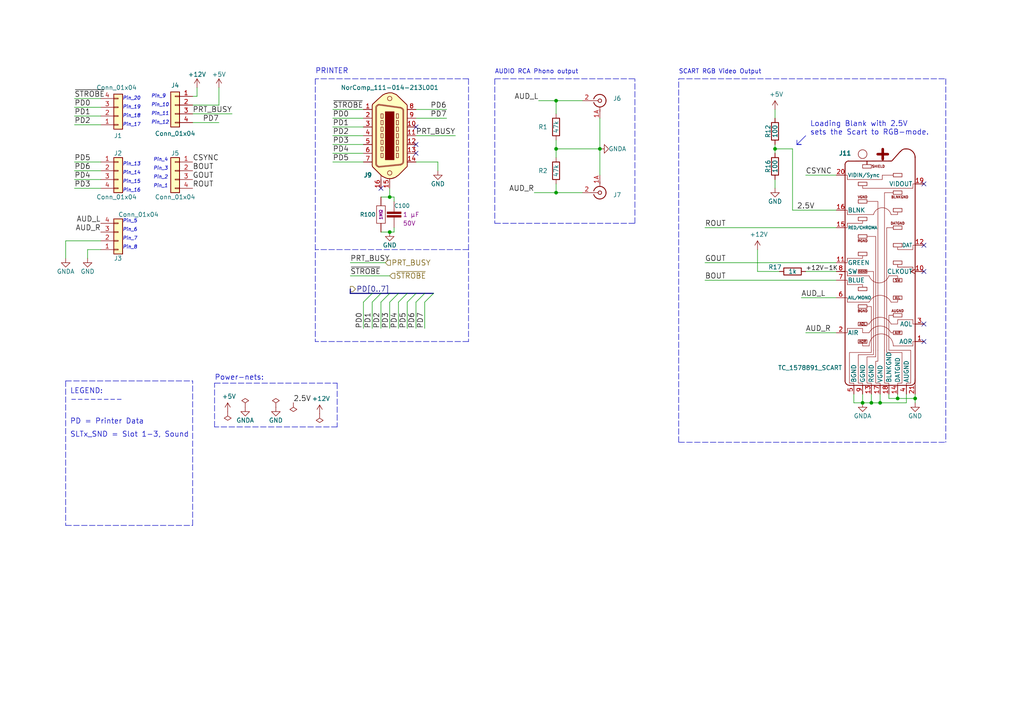
<source format=kicad_sch>
(kicad_sch (version 20211123) (generator eeschema)
  (paper "A4")
  (title_block (date "2022-03-04"))
  (lib_symbols
    (symbol "Connector_Generic:Conn_01x04" (pin_names (offset 1.016) hide)
      (property "Reference" "J" (at 0 5.08 0))
      (property "Value" "Conn_01x04" (at 0 -7.62 0))
      (symbol "Conn_01x04_1_1"
        (rectangle (start -1.27 -4.953) (end 0 -5.207) (stroke (width 0.1524)))
        (rectangle (start -1.27 -2.413) (end 0 -2.667) (stroke (width 0.1524)))
        (rectangle (start -1.27 0.127) (end 0 -0.127) (stroke (width 0.1524)))
        (rectangle (start -1.27 2.667) (end 0 2.413) (stroke (width 0.1524)))
        (rectangle (start -1.27 3.81) (end 1.27 -6.35) (stroke (width 0.254)) (fill (type background)))
        (pin passive line (at -5.08 2.54 0) (length 3.81) (name "Pin_1") (number "1"))
        (pin passive line (at -5.08 0 0) (length 3.81) (name "Pin_2") (number "2"))
        (pin passive line (at -5.08 -2.54 0) (length 3.81) (name "Pin_3") (number "3"))
        (pin passive line (at -5.08 -5.08 0) (length 3.81) (name "Pin_4") (number "4"))
      )
    )
    (symbol "Device:R" (pin_numbers hide) (pin_names (offset 0))
      (property "Reference" "R" (at 2.032 0 90))
      (property "Value" "R" (at 0 0 90))
      (symbol "R_0_1"
        (rectangle (start -1.016 -2.54) (end 1.016 2.54) (stroke (width 0.254)))
      )
      (symbol "R_1_1"
        (pin passive line (at 0 3.81 270) (length 1.27) (name "~") (number "1"))
        (pin passive line (at 0 -3.81 90) (length 1.27) (name "~") (number "2"))
      )
    )
    (symbol "LRJ-parts:C_CL21B105KBFNNNF" (pin_numbers hide) (pin_names (offset 1.016) hide)
      (property "Reference" "C" (at 1.524 2.921 0))
      (property "Capacitance" "1 µF" (at -5.08 1.27 0))
      (property "Voltage rating" "50V" (at -5.08 -1.27 0))
      (symbol "C_CL21B105KBFNNNF_1_0"
        (polyline (pts (xy 0 0) (xy 0 0.508)))
        (polyline (pts (xy 0 2.54) (xy 0 2.032)))
      )
      (symbol "C_CL21B105KBFNNNF_1_1"
        (rectangle (start -2.032 0.508) (end 2.032 1.016) (fill (type outline)))
        (rectangle (start -2.032 1.524) (end 2.032 2.032) (fill (type outline)))
        (pin passive line (at 0 5.08 270) (length 2.54) (name "1") (number "1"))
        (pin passive line (at 0 -2.54 90) (length 2.54) (name "2") (number "2"))
      )
    )
    (symbol "LRJ-parts:Conn_RCJ-022" (pin_names (offset 1.016) hide)
      (property "Reference" "J" (at 0 5.715 0))
      (property "Value" "Conn_RCJ-022" (at 2.921 0 90))
      (symbol "Conn_RCJ-022_0_1"
        (arc (start -1.778 2.032) (mid 0.2311 0.7334) (end 1.778 2.54) (stroke (width 0.254)))
        (polyline (pts (xy -2.54 2.54) (xy -0.508 2.54)))
        (polyline (pts (xy 0 0.762) (xy 0 -0.635)))
        (circle (center 0 2.54) (radius 0.508) (stroke (width 0.2032)))
        (arc (start 1.778 2.54) (mid 0.2099 4.3501) (end -1.778 3.048) (stroke (width 0.254)))
      )
      (symbol "Conn_RCJ-022_1_1"
        (pin passive line (at 0 -2.54 90) (length 2.54) (name "IN1") (number "1A"))
        (pin passive line (at 0 -2.54 90) (length 2.54) hide (name "IN1") (number "1B"))
        (pin passive line (at -5.08 2.54 0) (length 2.54) (name "IN2") (number "2"))
      )
    )
    (symbol "LRJ-parts:Conn_RCJ-023" (pin_names (offset 1.016) hide)
      (property "Reference" "J" (at 0 5.715 0))
      (property "Value" "Conn_RCJ-023" (at 2.921 0 90))
      (symbol "Conn_RCJ-023_0_1"
        (arc (start -1.778 2.032) (mid 0.2311 0.7334) (end 1.778 2.54) (stroke (width 0.254)))
        (polyline (pts (xy -2.54 2.54) (xy -0.508 2.54)))
        (polyline (pts (xy 0 0.762) (xy 0 -0.635)))
        (circle (center 0 2.54) (radius 0.508) (stroke (width 0.2032)))
        (arc (start 1.778 2.54) (mid 0.2099 4.3501) (end -1.778 3.048) (stroke (width 0.254)))
      )
      (symbol "Conn_RCJ-023_1_1"
        (pin passive line (at 0 -2.54 90) (length 2.54) (name "IN1") (number "1A"))
        (pin passive line (at 0 -2.54 90) (length 2.54) hide (name "IN1") (number "1B"))
        (pin passive line (at -5.08 2.54 0) (length 2.54) (name "IN2") (number "2"))
      )
    )
    (symbol "LRJ-parts:NorComp_111-014-213L001" (pin_names (offset 1.016) hide)
      (property "Reference" "J" (at -3.81 11.43 0))
      (property "Value" "NorComp_111-014-213L001" (at 1.27 -25.4 0))
      (symbol "NorComp_111-014-213L001_0_1"
        (rectangle (start -2.54 6.35) (end -1.905 5.08))
        (rectangle (start -1.27 6.985) (end 1.27 -6.985) (fill (type outline)))
        (polyline (pts (xy -2.54 -12.7) (xy -2.54 -11.43)))
        (polyline (pts (xy 0 -12.7) (xy 0 -12.446)))
        (polyline (pts (xy -3.175 -9.144) (xy -3.683 -8.89) (xy -3.937 -8.636) (xy -4.064 -8.382)))
        (polyline (pts (xy -3.175 -8.89) (xy 3.048 -8.255) (xy 3.429 -8.128) (xy 3.683 -7.874) (xy 3.81 -7.493) (xy 3.81 7.366) (xy 3.683 7.62) (xy 3.429 7.874) (xy 3.175 8.001) (xy -3.175 8.89) (xy -3.429 8.763) (xy -3.683 8.509) (xy -3.81 8.255) (xy -3.81 -8.255) (xy -3.683 -8.509) (xy -3.429 -8.763) (xy -3.175 -8.89)) (fill (type background)))
        (polyline (pts (xy 0.381 -12.446) (xy 0.889 -12.319) (xy 1.651 -12.065) (xy 2.54 -11.43) (xy 5.08 -8.89) (xy 5.08 -8.382) (xy 5.08 8.763) (xy 4.953 9.017) (xy 1.905 11.938) (xy 0.635 12.446) (xy 0.254 12.446) (xy -0.254 12.446) (xy -1.27 12.192) (xy -2.032 11.811) (xy -3.302 10.668) (xy -4.953 9.144) (xy -5.08 8.763) (xy -5.08 -8.636) (xy -4.953 -9.017) (xy -2.286 -11.684) (xy -1.27 -12.192) (xy -0.508 -12.446) (xy 0.381 -12.446) (xy 1.016 -12.319) (xy 1.651 -12.065) (xy 2.54 -11.43)) (stroke (width 0.254)) (fill (type background)))
        (circle (center 0 10.795) (radius 0.635) (fill (type background)))
      )
      (symbol "NorComp_111-014-213L001_1_1"
        (rectangle (start -2.54 -5.08) (end -1.905 -6.35))
        (rectangle (start -2.54 -3.175) (end -1.905 -4.445))
        (rectangle (start -2.54 -1.27) (end -1.905 -2.54))
        (rectangle (start -2.54 0.635) (end -1.905 -0.635))
        (rectangle (start -2.54 2.54) (end -1.905 1.27))
        (rectangle (start -2.54 4.445) (end -1.905 3.175))
        (circle (center 0 -10.795) (radius 0.635) (fill (type background)))
        (polyline (pts (xy -4.064 -8.382) (xy -4.064 8.382)))
        (polyline (pts (xy -3.175 -9.144) (xy 3.175 -8.509)))
        (polyline (pts (xy -3.175 9.144) (xy 3.175 8.255)))
        (polyline (pts (xy 4.064 7.493) (xy 4.064 -7.747)))
        (polyline (pts (xy -3.175 9.144) (xy -3.683 8.89) (xy -3.937 8.636) (xy -4.064 8.382)))
        (polyline (pts (xy 3.175 -8.509) (xy 3.683 -8.255) (xy 3.937 -8.001) (xy 4.064 -7.747)))
        (polyline (pts (xy 3.175 8.255) (xy 3.683 8.001) (xy 3.937 7.747) (xy 4.064 7.493)))
        (rectangle (start 1.905 -5.08) (end 2.54 -6.35))
        (rectangle (start 1.905 -3.175) (end 2.54 -4.445))
        (rectangle (start 1.905 -1.27) (end 2.54 -2.54))
        (rectangle (start 1.905 0.635) (end 2.54 -0.635))
        (rectangle (start 1.905 2.54) (end 2.54 1.27))
        (rectangle (start 1.905 4.445) (end 2.54 3.175))
        (rectangle (start 1.905 6.35) (end 2.54 5.08))
        (pin passive line (at -7.62 7.62 0) (length 2.54) (name "Pin_1") (number "1"))
        (pin passive line (at 7.62 2.54 180) (length 2.54) (name "Pin_10") (number "10"))
        (pin passive line (at 7.62 0 180) (length 2.54) (name "Pin_11") (number "11"))
        (pin passive line (at 7.62 -2.54 180) (length 2.54) (name "Pin_12") (number "12"))
        (pin passive line (at 7.62 -5.08 180) (length 2.54) (name "Pin_13") (number "13"))
        (pin passive line (at 7.62 -7.62 180) (length 2.54) (name "Pin_14") (number "14"))
        (pin passive line (at 0 -15.24 90) (length 2.54) (name "SH") (number "15"))
        (pin passive line (at -2.54 -15.24 90) (length 2.54) (name "SH2") (number "16"))
        (pin passive line (at -7.62 5.08 0) (length 2.54) (name "Pin_2") (number "2"))
        (pin passive line (at -7.62 2.54 0) (length 2.54) (name "Pin_3") (number "3"))
        (pin passive line (at -7.62 0 0) (length 2.54) (name "Pin_4") (number "4"))
        (pin passive line (at -7.62 -2.54 0) (length 2.54) (name "Pin_5") (number "5"))
        (pin passive line (at -7.62 -5.08 0) (length 2.54) (name "Pin_6") (number "6"))
        (pin passive line (at -7.62 -7.62 0) (length 2.54) (name "Pin_7") (number "7"))
        (pin passive line (at 7.62 7.62 180) (length 2.54) (name "Pin_8") (number "8"))
        (pin passive line (at 7.62 5.08 180) (length 2.54) (name "Pin_9") (number "9"))
      )
    )
    (symbol "LRJ-parts:R_ERJ-3GEYJ105V" (pin_numbers hide) (pin_names (offset 1.016) hide)
      (property "Reference" "R" (at -5.08 1.27 0))
      (property "Value" "R_ERJ-3GEYJ105V" (at -10.16 -3.81 0))
      (property "Resistance" "1MΩ" (at 0 0 0))
      (symbol "R_ERJ-3GEYJ105V_0_1"
        (rectangle (start -2.54 1.27) (end 2.54 -1.27))
      )
      (symbol "R_ERJ-3GEYJ105V_1_1"
        (pin passive line (at -5.08 0 0) (length 2.54) (name "1") (number "1"))
        (pin passive line (at 5.08 0 180) (length 2.54) (name "2") (number "2"))
      )
    )
    (symbol "LRJ-parts:TC_1578891_SCART" (pin_names (offset 0.762))
      (property "Reference" "J" (at 2.54 36.83 0))
      (property "Value" "TC_1578891_SCART" (at 20.32 -33.02 0))
      (symbol "TC_1578891_SCART_0_0"
        (arc (start -3.175 -1.27) (mid -0.3175 -3.3157) (end 2.54 -1.27) (stroke (width 0.127)))
        (polyline (pts (xy -10.16 2.54) (xy -9.525 2.54)) (stroke (width 0.127)))
        (polyline (pts (xy -3.81 -15.24) (xy -3.175 -15.24)) (stroke (width 0.127)))
        (polyline (pts (xy -3.81 31.115) (xy -3.81 32.004)) (stroke (width 0.254)))
        (polyline (pts (xy 3.175 -17.78) (xy 3.81 -17.78)) (stroke (width 0.127)))
        (polyline (pts (xy 3.81 27.94) (xy 0.635 27.94)) (stroke (width 0.127)))
        (polyline (pts (xy 10.16 -33.02) (xy 10.16 -31.115)) (stroke (width 0.1524)))
        (polyline (pts (xy -5.08 -20.955) (xy -5.08 -21.59) (xy -3.175 -21.59)) (stroke (width 0.127)))
        (polyline (pts (xy -3.81 -10.16) (xy -2.54 -10.16) (xy -2.54 -22.86)) (stroke (width 0.127)))
        (polyline (pts (xy -3.81 0) (xy -1.905 0) (xy -1.905 -22.86)) (stroke (width 0.127)))
        (polyline (pts (xy 2.54 -1.27) (xy 5.08 -1.27) (xy 5.08 -1.905)) (stroke (width 0.127)))
        (polyline (pts (xy 3.175 16.51) (xy 5.08 16.51) (xy 5.08 17.145)) (stroke (width 0.127)))
        (polyline (pts (xy 3.81 -12.7) (xy 2.54 -12.7) (xy 2.54 -22.86)) (stroke (width 0.127)))
        (polyline (pts (xy 3.81 22.86) (xy 1.27 22.86) (xy 1.27 -22.86)) (stroke (width 0.127)))
        (polyline (pts (xy 9.525 -21.59) (xy 9.525 -20.32) (xy 10.16 -20.32)) (stroke (width 0.127)))
        (polyline (pts (xy -11.43 -7.62) (xy -9.525 -7.62) (xy -9.525 -8.89) (xy -3.175 -8.89)) (stroke (width 0.127)))
        (polyline (pts (xy -11.43 0) (xy -9.525 0) (xy -9.525 -1.27) (xy -3.175 -1.27)) (stroke (width 0.127)))
        (polyline (pts (xy -11.43 17.78) (xy -9.525 17.78) (xy -9.525 16.51) (xy -1.905 16.51)) (stroke (width 0.127)))
        (polyline (pts (xy -9.525 2.54) (xy -9.525 3.81) (xy -5.08 3.81) (xy -5.08 4.445)) (stroke (width 0.127)))
        (polyline (pts (xy 1.27 -22.86) (xy 1.27 -32.385) (xy 2.54 -32.385) (xy 2.54 -33.02)) (stroke (width 0.127)))
        (polyline (pts (xy 3.81 12.7) (xy 1.905 12.7) (xy 1.905 -1.27) (xy 1.905 -22.86)) (stroke (width 0.127)))
        (polyline (pts (xy 5.08 1.905) (xy 5.08 1.27) (xy 9.525 1.27) (xy 9.525 0)) (stroke (width 0.1524)))
        (polyline (pts (xy -11.43 12.7) (xy -9.525 12.7) (xy -9.525 13.97) (xy -5.08 13.97) (xy -5.08 14.605)) (stroke (width 0.127)))
        (polyline (pts (xy -10.16 -2.54) (xy -9.525 -2.54) (xy -9.525 -3.81) (xy -5.08 -3.81) (xy -5.08 -4.445)) (stroke (width 0.127)))
        (polyline (pts (xy -10.16 27.94) (xy -9.525 27.94) (xy -9.525 26.67) (xy 0.635 26.67) (xy 0.635 27.94)) (stroke (width 0.127)))
        (polyline (pts (xy -3.81 10.16) (xy -1.905 10.16) (xy -1.27 10.16) (xy -1.27 -10.795) (xy -1.27 -22.86)) (stroke (width 0.127)))
        (polyline (pts (xy -3.81 20.32) (xy -1.27 20.32) (xy -0.635 20.32) (xy -0.635 6.985) (xy -0.635 -22.86)) (stroke (width 0.127)))
        (polyline (pts (xy 10.16 7.62) (xy 9.525 7.62) (xy 9.525 6.35) (xy 5.08 6.35) (xy 5.08 6.985)) (stroke (width 0.127)))
        (polyline (pts (xy -5.08 -33.02) (xy -5.08 -32.385) (xy -6.35 -32.385) (xy -6.35 -24.13) (xy -1.905 -24.13) (xy -1.905 -22.86)) (stroke (width 0.127)))
        (polyline (pts (xy -1.27 -22.86) (xy -1.27 -24.765) (xy -3.81 -24.765) (xy -3.81 -32.385) (xy -2.54 -32.385) (xy -2.54 -33.02)) (stroke (width 0.127)))
        (polyline (pts (xy -0.635 -22.86) (xy -0.635 -26.035) (xy -1.27 -26.035) (xy -1.27 -32.385) (xy 0 -32.385) (xy 0 -33.655)) (stroke (width 0.127)))
        (polyline (pts (xy 1.905 -22.86) (xy 1.905 -23.495) (xy 6.35 -23.495) (xy 6.35 -32.385) (xy 5.08 -32.385) (xy 5.08 -33.02)) (stroke (width 0.127)))
        (polyline (pts (xy 2.54 -22.86) (xy 8.255 -22.86) (xy 8.89 -22.86) (xy 8.89 -32.385) (xy 7.62 -32.385) (xy 7.62 -33.655)) (stroke (width 0.127)))
        (polyline (pts (xy 10.16 -15.24) (xy 9.525 -15.24) (xy 9.525 -13.97) (xy 5.08 -13.97) (xy 5.08 -15.24) (xy 3.175 -15.24)) (stroke (width 0.127)))
        (polyline (pts (xy -2.54 -22.86) (xy -2.54 -23.495) (xy -8.255 -23.495) (xy -8.89 -23.495) (xy -8.89 -32.385) (xy -7.62 -32.385) (xy -7.62 -33.02)) (stroke (width 0.127)))
        (polyline (pts (xy 10.16 25.4) (xy 9.525 25.4) (xy 9.525 24.13) (xy 4.445 24.13) (xy -1.27 24.13) (xy -5.08 24.13) (xy -5.08 24.765)) (stroke (width 0.127)))
        (arc (start 3.175 16.51) (mid 0.635 18.4932) (end -1.905 16.51) (stroke (width 0.127)))
        (text "AIL" (at 5.08 -7.62 0) (effects (font (size 0.7112 0.7112))))
        (text "AIR" (at 5.08 -17.78 0) (effects (font (size 0.7112 0.7112))))
        (text "AOL" (at -5.08 -15.24 0) (effects (font (size 0.7112 0.7112))))
        (text "AOR" (at -5.08 -20.32 0) (effects (font (size 0.7112 0.7112))))
        (text "AUGND" (at 5.08 -11.43 0) (effects (font (size 0.7112 0.7112))))
        (text "BGND" (at -5.08 -11.43 0) (effects (font (size 0.7112 0.7112))))
        (text "DATGND" (at 5.08 13.97 0) (effects (font (size 0.7112 0.7112))))
        (text "GGND" (at -5.08 0 0) (effects (font (size 0.5588 0.5588))))
        (text "RGND" (at -5.08 8.89 0) (effects (font (size 0.7112 0.7112))))
        (text "SHIELD" (at -0.508 30.48 0) (effects (font (size 0.7112 0.7112))))
        (text "SW" (at 5.08 -2.54 0) (effects (font (size 0.7112 0.7112))))
        (text "VGND" (at -5.08 21.59 0) (effects (font (size 0.7112 0.7112))))
      )
      (symbol "TC_1578891_SCART_0_1"
        (arc (start -10.16 -31.75) (mid -9.788 -32.648) (end -8.89 -33.02) (stroke (width 0.254)))
        (arc (start -9.144 32.0294) (mid -9.8624 31.7318) (end -10.16 31.0134) (stroke (width 0.254)))
        (rectangle (start -6.35 -19.812) (end -3.81 -20.828))
        (rectangle (start -6.35 -14.732) (end -3.81 -15.748))
        (rectangle (start -6.35 -9.652) (end -3.81 -10.668))
        (rectangle (start -6.35 -4.572) (end -3.81 -5.588))
        (rectangle (start -6.35 0.508) (end -3.81 -0.508))
        (rectangle (start -6.35 5.588) (end -3.81 4.572))
        (rectangle (start -6.35 10.668) (end -3.81 9.652))
        (rectangle (start -6.35 15.748) (end -3.81 14.732))
        (rectangle (start -6.35 20.828) (end -3.81 19.812))
        (rectangle (start -6.35 25.908) (end -3.81 24.892))
        (rectangle (start -5.08 30.988) (end -2.54 29.972))
        (circle (center -5.08 34.036) (radius 1.27))
        (polyline (pts (xy -10.16 27.94) (xy -10.16 -31.75)) (stroke (width 0.254)))
        (polyline (pts (xy -10.16 27.94) (xy -10.16 29.21)) (stroke (width 0.254)))
        (polyline (pts (xy -10.16 29.7434) (xy -10.16 29.21)) (stroke (width 0.254)))
        (polyline (pts (xy -10.16 29.7434) (xy -10.16 31.0134)) (stroke (width 0.254)))
        (polyline (pts (xy -9.144 32.004) (xy 3.048 32.0294)) (stroke (width 0.254)))
        (polyline (pts (xy -8.89 -33.02) (xy 8.89 -33.02)) (stroke (width 0.254)))
        (polyline (pts (xy 5.842 34.798) (xy 3.81 32.512)) (stroke (width 0.254)))
        (polyline (pts (xy 7.366 35.56) (xy 7.62 35.56)) (stroke (width 0.254)))
        (polyline (pts (xy 10.16 -31.75) (xy 10.16 33.2994)) (stroke (width 0.254)))
        (arc (start 3.048 32.004) (mid 3.495 32.1488) (end 3.7592 32.5374) (stroke (width 0.254)))
        (rectangle (start 3.81 -17.272) (end 6.35 -18.288))
        (rectangle (start 3.81 -12.192) (end 6.35 -13.208))
        (rectangle (start 3.81 -7.112) (end 6.35 -8.128))
        (rectangle (start 3.81 -2.032) (end 6.35 -3.048))
        (rectangle (start 3.81 3.048) (end 6.35 2.032))
        (rectangle (start 3.81 8.128) (end 6.35 7.112))
        (rectangle (start 3.81 13.208) (end 6.35 12.192))
        (rectangle (start 3.81 18.288) (end 6.35 17.272))
        (rectangle (start 3.81 23.368) (end 6.35 22.352))
        (rectangle (start 3.81 28.448) (end 6.35 27.432))
        (arc (start 7.366 35.56) (mid 6.5404 35.3533) (end 5.9182 34.7726) (stroke (width 0.254)))
        (arc (start 8.89 -33.02) (mid 9.788 -32.648) (end 10.16 -31.75) (stroke (width 0.254)))
        (arc (start 10.16 33.02) (mid 9.4161 34.8161) (end 7.62 35.56) (stroke (width 0.254)))
        (text "+" (at 0.762 34.29 0) (effects (font (size 3.81 3.81) bold)))
      )
      (symbol "TC_1578891_SCART_1_0"
        (text "BLNKGND" (at 5.715 21.59 0) (effects (font (size 0.7112 0.7112))))
      )
      (symbol "TC_1578891_SCART_1_1"
        (polyline (pts (xy 3.175 -8.89) (xy 5.08 -8.89) (xy 5.08 -8.255)) (stroke (width 0.127)))
        (polyline (pts (xy 3.81 -21.59) (xy 5.715 -21.59) (xy 9.525 -21.59)) (stroke (width 0.127)))
        (polyline (pts (xy -10.16 -17.78) (xy -9.525 -17.78) (xy -9.525 -16.51) (xy -5.08 -16.51) (xy -5.08 -17.78) (xy -3.175 -17.78)) (stroke (width 0.127)))
        (arc (start 3.175 -17.78) (mid 0 -15.8107) (end -3.175 -17.78) (stroke (width 0.127)))
        (arc (start 3.175 -15.24) (mid 0 -13.2707) (end -3.175 -15.24) (stroke (width 0.127)))
        (arc (start 3.175 -8.89) (mid 0 -6.9207) (end -3.175 -8.89) (stroke (width 0.127)))
        (arc (start 3.81 -21.59) (mid 0.3175 -18.1101) (end -3.175 -21.59) (stroke (width 0.127)))
        (pin output line (at 12.7 -20.32 180) (length 2.54) (name "AOR") (number "1"))
        (pin output clock (at 12.7 0 180) (length 2.54) (name "CLKOUT") (number "10"))
        (pin input line (at -12.7 2.54 0) (length 2.54) (name "GREEN") (number "11"))
        (pin output line (at 12.7 7.62 180) (length 2.54) (name "DAT") (number "12"))
        (pin power_in line (at -2.54 -35.56 90) (length 2.54) (name "RGND") (number "13"))
        (pin power_in line (at 5.08 -35.56 90) (length 2.54) (name "DATGND") (number "14"))
        (pin input line (at -12.7 12.7 0) (length 2.54) (name "RED/CHROMA") (number "15"))
        (pin input line (at -12.7 17.78 0) (length 2.54) (name "BLNK") (number "16"))
        (pin power_in line (at 0 -35.56 90) (length 2.54) (name "VGND") (number "17"))
        (pin power_in line (at 2.54 -35.56 90) (length 2.54) (name "BLNKGND") (number "18"))
        (pin output line (at 12.7 25.4 180) (length 2.54) (name "VIDOUT") (number "19"))
        (pin input line (at -12.7 -17.78 0) (length 2.54) (name "AIR") (number "2"))
        (pin input line (at -12.7 27.94 0) (length 2.54) (name "VIDIN/Sync") (number "20"))
        (pin passive line (at 10.16 -35.56 90) (length 2.54) (name "SH") (number "21"))
        (pin output line (at 12.7 -15.24 180) (length 2.54) (name "AOL") (number "3"))
        (pin power_in line (at 7.62 -35.56 90) (length 2.54) (name "AUGND") (number "4"))
        (pin power_in line (at -7.62 -35.56 90) (length 2.54) (name "BGND") (number "5"))
        (pin input line (at -12.7 -7.62 0) (length 2.54) (name "AIL/MONO") (number "6"))
        (pin input line (at -12.7 -2.54 0) (length 2.54) (name "BLUE") (number "7"))
        (pin input line (at -12.7 0 0) (length 2.54) (name "SW") (number "8"))
        (pin passive line (at -5.08 -35.56 90) (length 2.54) (name "GGND") (number "9"))
      )
    )
    (symbol "power:+12V" (power) (pin_names (offset 0))
      (property "Value" "+12V" (at 0 3.556 0))
      (symbol "+12V_0_1"
        (polyline (pts (xy -0.762 1.27) (xy 0 2.54)))
        (polyline (pts (xy 0 0) (xy 0 2.54)))
        (polyline (pts (xy 0 2.54) (xy 0.762 1.27)))
      )
      (symbol "+12V_1_1"
        (pin power_in line (at 0 0 90) (length 0) hide (name "+12V") (number "1"))
      )
    )
    (symbol "power:+5V" (power) (pin_names (offset 0))
      (property "Value" "+5V" (at 0 3.556 0))
      (symbol "+5V_0_1"
        (polyline (pts (xy -0.762 1.27) (xy 0 2.54)))
        (polyline (pts (xy 0 0) (xy 0 2.54)))
        (polyline (pts (xy 0 2.54) (xy 0.762 1.27)))
      )
      (symbol "+5V_1_1"
        (pin power_in line (at 0 0 90) (length 0) hide (name "+5V") (number "1"))
      )
    )
    (symbol "power:GND" (power) (pin_names (offset 0))
      (property "Value" "GND" (at 0 -3.81 0))
      (symbol "GND_0_1"
        (polyline (pts (xy 0 0) (xy 0 -1.27) (xy 1.27 -1.27) (xy 0 -2.54) (xy -1.27 -1.27) (xy 0 -1.27)))
      )
      (symbol "GND_1_1"
        (pin power_in line (at 0 0 270) (length 0) hide (name "GND") (number "1"))
      )
    )
    (symbol "power:GNDA" (power) (pin_names (offset 0))
      (property "Value" "GNDA" (at 0 -3.81 0))
      (symbol "GNDA_0_1"
        (polyline (pts (xy 0 0) (xy 0 -1.27) (xy 1.27 -1.27) (xy 0 -2.54) (xy -1.27 -1.27) (xy 0 -1.27)))
      )
      (symbol "GNDA_1_1"
        (pin power_in line (at 0 0 270) (length 0) hide (name "GNDA") (number "1"))
      )
    )
    (symbol "power:PWR_FLAG" (power) (pin_numbers hide) (pin_names (offset 0) hide)
      (property "Value" "PWR_FLAG" (at 0 3.81 0))
      (symbol "PWR_FLAG_0_0"
        (pin power_out line (at 0 0 90) (length 0) (name "pwr") (number "1"))
      )
      (symbol "PWR_FLAG_0_1"
        (polyline (pts (xy 0 0) (xy 0 1.27) (xy -1.016 1.905) (xy 0 2.54) (xy 1.016 1.905) (xy 0 1.27)))
      )
    )
  )
  (junction (at 252.73 116.84))
  (junction (at 260.35 115.57))
  (junction (at 250.19 116.84))
  (junction (at 161.29 43.18))
  (junction (at 161.29 55.88))
  (junction (at 255.27 116.84))
  (junction (at 224.79 43.18))
  (junction (at 161.29 29.21))
  (junction (at 113.03 57.15))
  (junction (at 173.99 43.18))
  (junction (at 113.03 67.31))
  (junction (at 265.43 115.57))
  (no_connect (at 120.65 36.83))
  (no_connect (at 110.49 54.61))
  (no_connect (at 120.65 41.91))
  (no_connect (at 267.97 71.12))
  (no_connect (at 267.97 93.98))
  (no_connect (at 267.97 99.06))
  (no_connect (at 120.65 44.45))
  (no_connect (at 267.97 78.74))
  (no_connect (at 267.97 53.34))
  (bus_entry (at 107.95 87.63) (size 2.54 -2.54))
  (bus_entry (at 118.11 87.63) (size 2.54 -2.54))
  (bus_entry (at 115.57 87.63) (size 2.54 -2.54))
  (bus_entry (at 123.19 87.63) (size 2.54 -2.54))
  (bus_entry (at 120.65 87.63) (size 2.54 -2.54))
  (bus_entry (at 110.49 87.63) (size 2.54 -2.54))
  (bus_entry (at 113.03 87.63) (size 2.54 -2.54))
  (bus_entry (at 105.41 87.63) (size 2.54 -2.54))
  (wire (pts (xy 57.15 27.94) (xy 55.88 27.94)))
  (polyline (pts (xy 231.14 41.91) (xy 232.41 41.91)) (stroke (width 0) (type solid)))
  (wire (pts (xy 19.05 69.85) (xy 29.21 69.85)))
  (wire (pts (xy 113.03 67.31) (xy 114.3 67.31)))
  (wire (pts (xy 161.29 33.02) (xy 161.29 29.21)))
  (wire (pts (xy 252.73 116.84) (xy 250.19 116.84)))
  (wire (pts (xy 265.43 115.57) (xy 260.35 115.57)))
  (wire (pts (xy 120.65 95.25) (xy 120.65 87.63)))
  (wire (pts (xy 25.4 72.39) (xy 29.21 72.39)))
  (wire (pts (xy 242.57 50.8) (xy 233.68 50.8)))
  (bus (pts (xy 123.19 85.09) (xy 125.73 85.09)))
  (wire (pts (xy 161.29 43.18) (xy 173.99 43.18)))
  (wire (pts (xy 105.41 34.29) (xy 96.52 34.29)))
  (wire (pts (xy 105.41 39.37) (xy 96.52 39.37)))
  (wire (pts (xy 110.49 87.63) (xy 110.49 95.25)))
  (wire (pts (xy 110.49 67.31) (xy 113.03 67.31)))
  (polyline (pts (xy 143.51 22.86) (xy 184.15 22.86)))
  (polyline (pts (xy 135.89 22.86) (xy 91.44 22.86)))
  (bus (pts (xy 120.65 85.09) (xy 123.19 85.09)))
  (polyline (pts (xy 231.14 41.91) (xy 233.68 39.37)) (stroke (width 0) (type solid)))
  (wire (pts (xy 101.6 80.01) (xy 113.03 80.01)))
  (polyline (pts (xy 19.05 110.49) (xy 19.05 152.4)))
  (wire (pts (xy 129.54 31.75) (xy 120.65 31.75)))
  (wire (pts (xy 250.19 114.3) (xy 250.19 116.84)))
  (wire (pts (xy 255.27 116.84) (xy 262.89 116.84)))
  (wire (pts (xy 111.76 76.2) (xy 101.6 76.2)))
  (bus (pts (xy 107.95 85.09) (xy 110.49 85.09)))
  (wire (pts (xy 96.52 44.45) (xy 105.41 44.45)))
  (wire (pts (xy 123.19 95.25) (xy 123.19 87.63)))
  (polyline (pts (xy 196.85 128.27) (xy 274.32 128.27)))
  (wire (pts (xy 161.29 29.21) (xy 168.91 29.21)))
  (wire (pts (xy 120.65 39.37) (xy 132.08 39.37)))
  (wire (pts (xy 25.4 74.93) (xy 25.4 72.39)))
  (wire (pts (xy 57.15 25.4) (xy 57.15 27.94)))
  (polyline (pts (xy 143.51 22.86) (xy 143.51 64.77)))
  (wire (pts (xy 219.71 72.39) (xy 219.71 78.74)))
  (polyline (pts (xy 91.44 22.86) (xy 91.44 99.06)))
  (wire (pts (xy 120.65 46.99) (xy 127 46.99)))
  (wire (pts (xy 21.59 46.99) (xy 29.21 46.99)))
  (wire (pts (xy 55.88 35.56) (xy 63.5 35.56)))
  (wire (pts (xy 247.65 114.3) (xy 247.65 116.84)))
  (wire (pts (xy 127 46.99) (xy 127 49.53)))
  (polyline (pts (xy 62.23 123.825) (xy 62.23 111.125)))
  (polyline (pts (xy 55.88 152.4) (xy 55.88 110.49)))
  (wire (pts (xy 161.29 43.18) (xy 161.29 45.72)))
  (wire (pts (xy 229.87 43.18) (xy 229.87 60.96)))
  (polyline (pts (xy 196.85 22.86) (xy 274.32 22.86)))
  (wire (pts (xy 224.79 31.75) (xy 224.79 34.29)))
  (polyline (pts (xy 135.89 72.39) (xy 91.44 72.39)))
  (polyline (pts (xy 135.89 99.06) (xy 91.44 99.06)))
  (wire (pts (xy 63.5 25.4) (xy 63.5 30.48)))
  (wire (pts (xy 21.59 49.53) (xy 29.21 49.53)))
  (wire (pts (xy 224.79 41.91) (xy 224.79 43.18)))
  (wire (pts (xy 224.79 54.61) (xy 224.79 52.07)))
  (wire (pts (xy 173.99 43.18) (xy 173.99 50.8)))
  (wire (pts (xy 107.95 95.25) (xy 107.95 87.63)))
  (wire (pts (xy 154.94 55.88) (xy 161.29 55.88)))
  (wire (pts (xy 257.81 115.57) (xy 257.81 114.3)))
  (polyline (pts (xy 62.23 111.125) (xy 97.79 111.125)))
  (wire (pts (xy 262.89 116.84) (xy 262.89 114.3)))
  (wire (pts (xy 55.88 30.48) (xy 63.5 30.48)))
  (wire (pts (xy 120.65 34.29) (xy 129.54 34.29)))
  (polyline (pts (xy 97.79 111.125) (xy 97.79 123.825)))
  (polyline (pts (xy 135.89 22.86) (xy 135.89 99.06)))
  (bus (pts (xy 110.49 85.09) (xy 113.03 85.09)))
  (wire (pts (xy 29.21 52.07) (xy 21.59 52.07)))
  (wire (pts (xy 29.21 31.115) (xy 21.59 31.115)))
  (wire (pts (xy 255.27 116.84) (xy 255.27 114.3)))
  (wire (pts (xy 252.73 116.84) (xy 255.27 116.84)))
  (wire (pts (xy 96.52 36.83) (xy 105.41 36.83)))
  (wire (pts (xy 204.47 66.04) (xy 242.57 66.04)))
  (wire (pts (xy 114.3 67.31) (xy 114.3 66.04)))
  (wire (pts (xy 260.35 115.57) (xy 257.81 115.57)))
  (wire (pts (xy 21.59 28.575) (xy 29.21 28.575)))
  (wire (pts (xy 105.41 87.63) (xy 105.41 95.25)))
  (wire (pts (xy 21.59 54.61) (xy 29.21 54.61)))
  (wire (pts (xy 115.57 95.25) (xy 115.57 87.63)))
  (wire (pts (xy 161.29 40.64) (xy 161.29 43.18)))
  (wire (pts (xy 224.79 43.18) (xy 229.87 43.18)))
  (bus (pts (xy 101.6 85.09) (xy 101.6 83.82)))
  (bus (pts (xy 118.11 85.09) (xy 120.65 85.09)))
  (bus (pts (xy 113.03 85.09) (xy 115.57 85.09)))
  (polyline (pts (xy 184.15 64.77) (xy 184.15 22.86)))
  (wire (pts (xy 219.71 78.74) (xy 226.06 78.74)))
  (bus (pts (xy 115.57 85.09) (xy 118.11 85.09)))
  (wire (pts (xy 118.11 87.63) (xy 118.11 95.25)))
  (wire (pts (xy 105.41 46.99) (xy 96.52 46.99)))
  (polyline (pts (xy 143.51 64.77) (xy 184.15 64.77)))
  (wire (pts (xy 265.43 115.57) (xy 265.43 116.84)))
  (wire (pts (xy 114.3 57.15) (xy 114.3 58.42)))
  (polyline (pts (xy 196.85 128.27) (xy 196.85 22.86)))
  (wire (pts (xy 265.43 114.3) (xy 265.43 115.57)))
  (wire (pts (xy 55.88 33.02) (xy 67.31 33.02)))
  (polyline (pts (xy 19.05 152.4) (xy 55.88 152.4)))
  (wire (pts (xy 96.52 41.91) (xy 105.41 41.91)))
  (wire (pts (xy 233.68 96.52) (xy 242.57 96.52)))
  (wire (pts (xy 229.87 60.96) (xy 242.57 60.96)))
  (wire (pts (xy 252.73 114.3) (xy 252.73 116.84)))
  (wire (pts (xy 161.29 53.34) (xy 161.29 55.88)))
  (wire (pts (xy 224.79 43.18) (xy 224.79 44.45)))
  (wire (pts (xy 21.59 33.655) (xy 29.21 33.655)))
  (wire (pts (xy 110.49 57.15) (xy 113.03 57.15)))
  (wire (pts (xy 19.05 69.85) (xy 19.05 74.93)))
  (polyline (pts (xy 231.14 40.64) (xy 231.14 41.91)) (stroke (width 0) (type solid)))
  (wire (pts (xy 260.35 114.3) (xy 260.35 115.57)))
  (wire (pts (xy 161.29 55.88) (xy 168.91 55.88)))
  (wire (pts (xy 242.57 86.36) (xy 232.41 86.36)))
  (wire (pts (xy 113.03 95.25) (xy 113.03 87.63)))
  (wire (pts (xy 156.21 29.21) (xy 161.29 29.21)))
  (wire (pts (xy 29.21 36.195) (xy 21.59 36.195)))
  (wire (pts (xy 113.03 54.61) (xy 113.03 57.15)))
  (polyline (pts (xy 231.14 41.91) (xy 232.41 41.91)))
  (wire (pts (xy 96.52 31.75) (xy 105.41 31.75)))
  (wire (pts (xy 204.47 76.2) (xy 242.57 76.2)))
  (wire (pts (xy 204.47 81.28) (xy 242.57 81.28)))
  (wire (pts (xy 233.68 78.74) (xy 242.57 78.74)))
  (polyline (pts (xy 97.79 123.825) (xy 62.23 123.825)))
  (wire (pts (xy 247.65 116.84) (xy 250.19 116.84)))
  (polyline (pts (xy 274.32 22.86) (xy 274.32 128.27)))
  (polyline (pts (xy 19.05 110.49) (xy 55.88 110.49)))
  (bus (pts (xy 101.6 85.09) (xy 107.95 85.09)))
  (wire (pts (xy 173.99 43.18) (xy 173.99 34.29)))
  (wire (pts (xy 113.03 57.15) (xy 114.3 57.15)))
  (text "LEGEND:\n--------" (at 20.32 116.84 0) (effects (font (size 1.524 1.524)) (justify left bottom)))
  (text "Pin_10" (at 43.815 31.115 0) (effects (font (size 1 1) italic) (justify left bottom)))
  (text "Pin_17" (at 35.56 36.83 0) (effects (font (size 1 1) italic) (justify left bottom)))
  (text "Pin_8" (at 35.56 72.39 0) (effects (font (size 1 1) italic) (justify left bottom)))
  (text "Pin_6" (at 35.56 67.31 0) (effects (font (size 1 1) italic) (justify left bottom)))
  (text "Pin_18" (at 35.56 34.29 0) (effects (font (size 1 1) italic) (justify left bottom)))
  (text "Pin_14" (at 35.56 50.8 0) (effects (font (size 1 1) italic) (justify left bottom)))
  (text "Pin_1" (at 44.45 54.61 0) (effects (font (size 1 1) italic) (justify left bottom)))
  (text "Pin_5" (at 35.56 64.77 0) (effects (font (size 1 1) italic) (justify left bottom)))
  (text "Pin_19" (at 35.56 31.75 0) (effects (font (size 1 1) italic) (justify left bottom)))
  (text "PD = Printer Data" (at 20.32 123.19 0) (effects (font (size 1.524 1.524)) (justify left bottom)))
  (text "Pin_7" (at 35.56 69.85 0) (effects (font (size 1 1) italic) (justify left bottom)))
  (text "Power-nets:" (at 62.23 110.49 0) (effects (font (size 1.524 1.524)) (justify left bottom)))
  (text "SCART RGB Video Output" (at 196.85 21.59 0) (effects (font (size 1.27 1.27)) (justify left bottom)))
  (text "Loading Blank with 2.5V\nsets the Scart to RGB-mode." (at 234.95 39.37 0) (effects (font (size 1.524 1.524)) (justify left bottom)))
  (text "Pin_12" (at 43.815 36.195 0) (effects (font (size 1 1) italic) (justify left bottom)))
  (text "Pin_16" (at 35.56 55.88 0) (effects (font (size 1 1) italic) (justify left bottom)))
  (text "Pin_3" (at 44.45 49.53 0) (effects (font (size 1 1) italic) (justify left bottom)))
  (text "PRINTER" (at 91.44 21.59 0) (effects (font (size 1.524 1.524)) (justify left bottom)))
  (text "AUDIO RCA Phono output" (at 143.51 21.59 0) (effects (font (size 1.27 1.27)) (justify left bottom)))
  (text "Pin_11" (at 43.815 33.655 0) (effects (font (size 1 1) italic) (justify left bottom)))
  (text "SLTx_SND = Slot 1-3, Sound\n" (at 20.32 127 0) (effects (font (size 1.524 1.524)) (justify left bottom)))
  (text "Pin_20" (at 35.56 29.21 0) (effects (font (size 1 1) italic) (justify left bottom)))
  (text "Pin_15" (at 35.56 53.34 0) (effects (font (size 1 1) italic) (justify left bottom)))
  (text "Pin_4" (at 44.45 46.99 0) (effects (font (size 1 1) italic) (justify left bottom)))
  (text "Pin_13" (at 35.56 48.26 0) (effects (font (size 1 1) italic) (justify left bottom)))
  (text "Pin_9" (at 43.815 28.575 0) (effects (font (size 1 1) italic) (justify left bottom)))
  (text "Pin_2\n" (at 44.45 52.07 0) (effects (font (size 1 1) italic) (justify left bottom)))
  (label "PD7" (at 129.54 34.29 180) (effects (font (size 1.524 1.524))))
  (label "PD4" (at 21.59 52.07 0) (effects (font (size 1.524 1.524))))
  (label "PRT_BUSY" (at 67.31 33.02 180) (effects (font (size 1.524 1.524))))
  (label "PRT_BUSY" (at 132.08 39.37 180) (effects (font (size 1.524 1.524))))
  (label "2.5V" (at 85.09 116.84 0) (effects (font (size 1.524 1.524))))
  (label "BOUT" (at 204.47 81.28 0) (effects (font (size 1.524 1.524))))
  (label "PD5" (at 118.11 95.25 90) (effects (font (size 1.524 1.524))))
  (label "PD3" (at 96.52 41.91 0) (effects (font (size 1.524 1.524))))
  (label "PD3" (at 113.03 95.25 90) (effects (font (size 1.524 1.524))))
  (label "PD7" (at 123.19 95.25 90) (effects (font (size 1.524 1.524))))
  (label "PD7" (at 63.5 35.56 180) (effects (font (size 1.524 1.524))))
  (label "PD6" (at 21.59 49.53 0) (effects (font (size 1.524 1.524))))
  (label "PD0" (at 21.59 31.115 0) (effects (font (size 1.524 1.524))))
  (label "2.5V" (at 231.14 60.96 0) (effects (font (size 1.524 1.524))))
  (label "PD2" (at 96.52 39.37 0) (effects (font (size 1.524 1.524))))
  (label "AUD_L" (at 156.21 29.21 180) (effects (font (size 1.524 1.524))))
  (label "PD4" (at 96.52 44.45 0) (effects (font (size 1.524 1.524))))
  (label "PD6" (at 129.54 31.75 180) (effects (font (size 1.524 1.524))))
  (label "ROUT" (at 55.88 54.61 0) (effects (font (size 1.524 1.524))))
  (label "PD4" (at 115.57 95.25 90) (effects (font (size 1.524 1.524))))
  (label "AUD_R" (at 154.94 55.88 180) (effects (font (size 1.524 1.524))))
  (label "PD3" (at 21.59 54.61 0) (effects (font (size 1.524 1.524))))
  (label "AUD_R" (at 233.68 96.52 0) (effects (font (size 1.524 1.524))))
  (label "PRT_BUSY" (at 101.6 76.2 0) (effects (font (size 1.524 1.524))))
  (label "PD1" (at 96.52 36.83 0) (effects (font (size 1.524 1.524))))
  (label "AUD_L" (at 232.41 86.36 0) (effects (font (size 1.524 1.524))))
  (label "BOUT" (at 55.88 49.53 0) (effects (font (size 1.524 1.524))))
  (label "PD2" (at 110.49 95.25 90) (effects (font (size 1.524 1.524))))
  (label "AUD_L" (at 29.21 64.77 180) (effects (font (size 1.524 1.524))))
  (label "PD1" (at 107.95 95.25 90) (effects (font (size 1.524 1.524))))
  (label "~{STROBE}" (at 101.6 80.01 0) (effects (font (size 1.524 1.524))))
  (label "PD0" (at 96.52 34.29 0) (effects (font (size 1.524 1.524))))
  (label "PD1" (at 21.59 33.655 0) (effects (font (size 1.524 1.524))))
  (label "CSYNC" (at 55.88 46.99 0) (effects (font (size 1.524 1.524))))
  (label "+12V-1K" (at 233.68 78.74 0))
  (label "~{STROBE}" (at 96.52 31.75 0) (effects (font (size 1.524 1.524))))
  (label "AUD_R" (at 29.21 67.31 180) (effects (font (size 1.524 1.524))))
  (label "PD5" (at 21.59 46.99 0) (effects (font (size 1.524 1.524))))
  (label "ROUT" (at 204.47 66.04 0) (effects (font (size 1.524 1.524))))
  (label "PD0" (at 105.41 95.25 90) (effects (font (size 1.524 1.524))))
  (label "GOUT" (at 55.88 52.07 0) (effects (font (size 1.524 1.524))))
  (label "GOUT" (at 204.47 76.2 0) (effects (font (size 1.524 1.524))))
  (label "CSYNC" (at 233.68 50.8 0) (effects (font (size 1.524 1.524))))
  (label "PD5" (at 96.52 46.99 0) (effects (font (size 1.524 1.524))))
  (label "PD6" (at 120.65 95.25 90) (effects (font (size 1.524 1.524))))
  (label "PD2" (at 21.59 36.195 0) (effects (font (size 1.524 1.524))))
  (label "~{STROBE}" (at 21.59 28.575 0) (effects (font (size 1.524 1.524))))
  (hierarchical_label "PD[0..7]" (shape output) (at 101.6 83.82 0) (effects (font (size 1.524 1.524))))
  (hierarchical_label "PRT_BUSY" (shape input) (at 111.76 76.2 0) (effects (font (size 1.524 1.524))))
  (hierarchical_label "~{STROBE}" (shape input) (at 113.03 80.01 0) (effects (font (size 1.524 1.524))))
  (symbol (lib_id "Device:R") (at 224.79 38.1 0) (mirror y) (unit 1)
    (property "Reference" "R12" (at 222.758 38.1 90))
    (property "Value" "100" (at 224.79 38.1 90))
    (property "Footprint" "Resistor_SMD:R_0603_1608Metric" (effects hide))
  )
  (symbol (lib_id "power:GND") (at 224.79 54.61 0) (unit 1)
    (property "Reference" "#PWR09" (effects hide))
    (property "Value" "GND" (at 224.79 58.42 0))
  )
  (symbol (lib_id "LRJ-parts:TC_1578891_SCART") (at 255.27 78.74 0) (unit 1)
    (property "Reference" "J11" (at 245.11 44.45 0) (effects (font bold)))
    (property "Value" "TC_1578891_SCART" (at 234.95 106.68 0))
    (property "Footprint" "LRJ:SCART-21_Female_Vertical_P1.905x2.54mm_EdgePinOffset10.7mm" (effects hide))
    (property "Datasheet" "https://asset.conrad.com/media10/add/160267/c1/-/en/001578891DS01/datasheet-1578891-tru-components-1578891-scart-connector-socket-vertical-vertical-black-1-pcs.pdf" (effects hide))
    (property "Manufacturer" "Tru Components" (effects hide))
    (property "MPN" "1578891" (effects hide))
  )
  (symbol (lib_id "Device:R") (at 224.79 48.26 0) (mirror y) (unit 1)
    (property "Reference" "R16" (at 222.758 48.26 90))
    (property "Value" "100" (at 224.79 48.26 90))
    (property "Footprint" "Resistor_SMD:R_0603_1608Metric" (effects hide))
  )
  (symbol (lib_id "power:+5V") (at 224.79 31.75 0) (unit 1)
    (property "Reference" "#PWR07" (effects hide))
    (property "Value" "+5V" (at 225.171 27.3558 0))
  )
  (symbol (lib_id "power:+12V") (at 219.71 72.39 0) (unit 1)
    (property "Reference" "#PWR012" (effects hide))
    (property "Value" "+12V" (at 220.091 67.9958 0))
  )
  (symbol (lib_id "Device:R") (at 229.87 78.74 270) (unit 1)
    (property "Reference" "R17" (at 224.79 77.47 90))
    (property "Value" "1k" (at 229.87 78.74 90))
    (property "Footprint" "Resistor_SMD:R_0603_1608Metric" (effects hide))
  )
  (symbol (lib_id "power:GNDA") (at 71.12 118.11 0) (unit 1)
    (property "Reference" "#PWR0133" (effects hide))
    (property "Value" "GNDA" (at 71.12 121.92 0))
  )
  (symbol (lib_id "power:PWR_FLAG") (at 71.12 118.11 0) (unit 1)
    (property "Reference" "#FLG0106" (effects hide))
    (property "Value" "PWR_FLAG" (effects hide))
  )
  (symbol (lib_id "power:PWR_FLAG") (at 66.04 119.38 180) (unit 1)
    (property "Reference" "#FLG01" (effects hide))
    (property "Value" "PWR_FLAG" (effects hide))
  )
  (symbol (lib_id "power:GND") (at 127 49.53 0) (unit 1)
    (property "Reference" "#PWR0148" (effects hide))
    (property "Value" "GND" (at 127 53.34 0))
  )
  (symbol (lib_id "power:GNDA") (at 250.19 116.84 0) (unit 1)
    (property "Reference" "#PWR0134" (effects hide))
    (property "Value" "GNDA" (at 250.19 120.65 0))
  )
  (symbol (lib_id "power:GND") (at 265.43 116.84 0) (unit 1)
    (property "Reference" "#PWR01" (effects hide))
    (property "Value" "GND" (at 265.43 120.65 0))
  )
  (symbol (lib_id "power:+5V") (at 66.04 119.38 0) (unit 1)
    (property "Reference" "#PWR0165" (effects hide))
    (property "Value" "+5V" (at 66.421 114.9858 0))
  )
  (symbol (lib_id "LRJ-parts:NorComp_111-014-213L001") (at 113.03 39.37 0) (unit 1)
    (property "Reference" "J9" (at 106.68 50.8 0) (effects (font bold)))
    (property "Value" "NorComp_111-014-213L001" (at 113.03 25.4 0))
    (property "Footprint" "Ultra-MSX:Conn_Micro_Ribbon_14F_Vertical" (effects hide))
    (property "Datasheet" "https://www.norcomp.net/rohspdfs/SCSI-050Ribbon/11Y/111/111-YYY-213L001.pdf" (effects hide))
    (property "Manufacturer" "NorComp " (effects hide))
    (property "MPN" "111-014-213L001" (effects hide))
    (property "Current Rating" "5A" (effects hide))
  )
  (symbol (lib_id "power:GND") (at 113.03 67.31 0) (unit 1)
    (property "Reference" "#PWR0104" (effects hide))
    (property "Value" "GND" (at 113.03 71.12 0))
  )
  (symbol (lib_id "power:+5V") (at 63.5 25.4 0) (unit 1) (in_bom no)
    (property "Reference" "#PWR010" (effects hide))
    (property "Value" "+5V" (at 63.5 21.59 0))
  )
  (symbol (lib_id "power:PWR_FLAG") (at 92.71 120.015 180) (unit 1)
    (property "Reference" "#FLG03" (effects hide))
    (property "Value" "PWR_FLAG" (effects hide))
  )
  (symbol (lib_id "Connector_Generic:Conn_01x04") (at 34.29 69.85 0) (mirror x) (unit 1)
    (property "Reference" "J3" (at 33.02 74.93 0) (effects (justify left)))
    (property "Value" "Conn_01x04" (at 34.29 62.23 0) (effects (justify left)))
    (property "Footprint" "LRJ:PinHeader_1x04_P2.54mm_Horizontal_less-silk" (effects hide))
  )
  (symbol (lib_id "power:+12V") (at 92.71 120.015 0) (unit 1)
    (property "Reference" "#PWR03" (effects hide))
    (property "Value" "+12V" (at 93.091 115.6208 0))
  )
  (symbol (lib_id "LRJ-parts:Conn_RCJ-023") (at 173.99 31.75 0) (unit 1)
    (property "Reference" "J6" (at 177.8 28.5506 0) (effects (justify left)))
    (property "Value" "Conn_RCJ-023" (effects hide))
    (property "Footprint" "LRJ:CUI_RCJ-023" (effects hide))
    (property "Datasheet" "https://eu.mouser.com/datasheet/2/393/pjras1x2s__x_series_cd-9138.pdf" (effects hide))
    (property "MPN" "RCJ-023" (effects hide))
    (property "Manufacturer" "CUI Devices" (effects hide))
    (property "Voltage Rating" "50V" (effects hide))
    (property "Current Rating" "n/a" (effects hide))
    (property "Colour" "White" (effects hide))
  )
  (symbol (lib_id "power:GND") (at 25.4 74.93 0) (mirror y) (unit 1)
    (property "Reference" "#PWR0102" (effects hide))
    (property "Value" "GND" (at 25.4 78.74 0))
  )
  (symbol (lib_id "Connector_Generic:Conn_01x04") (at 50.8 49.53 0) (mirror y) (unit 1)
    (property "Reference" "J5" (at 50.8 44.45 0))
    (property "Value" "Conn_01x04" (at 50.8 57.15 0))
    (property "Footprint" "LRJ:PinHeader_1x04_P2.54mm_Horizontal_less-silk" (effects hide))
  )
  (symbol (lib_id "power:GNDA") (at 19.05 74.93 0) (unit 1)
    (property "Reference" "#PWR0101" (effects hide))
    (property "Value" "GNDA" (at 19.05 78.74 0))
  )
  (symbol (lib_id "power:GND") (at 80.01 118.11 0) (unit 1)
    (property "Reference" "#PWR02" (effects hide))
    (property "Value" "GND" (at 80.01 121.92 0))
  )
  (symbol (lib_id "LRJ-parts:Conn_RCJ-022") (at 173.99 53.34 0) (mirror x) (unit 1)
    (property "Reference" "J7" (at 177.8 56.5394 0) (effects (justify left)))
    (property "Value" "Conn_RCJ-022" (effects hide))
    (property "Footprint" "LRJ:CUI_RCJ-022" (effects hide))
    (property "Datasheet" "https://eu.mouser.com/datasheet/2/393/pjras1x2s__x_series_cd-9138.pdf" (effects hide))
    (property "MPN" "RCJ-022" (effects hide))
    (property "Manufacturer" "CUI Devices" (effects hide))
    (property "Voltage Rating" "50V" (effects hide))
    (property "Current Rating" "n/a" (effects hide))
    (property "Colour" "Red" (effects hide))
  )
  (symbol (lib_id "Device:R") (at 161.29 36.83 0) (unit 1)
    (property "Reference" "R1" (at 157.48 36.83 0))
    (property "Value" "47k" (at 161.29 36.83 90))
    (property "Footprint" "Resistor_SMD:R_0603_1608Metric" (effects hide))
  )
  (symbol (lib_id "Connector_Generic:Conn_01x04") (at 34.29 49.53 0) (unit 1)
    (property "Reference" "J2" (at 33.02 44.45 0) (effects (justify left)))
    (property "Value" "Conn_01x04" (at 27.94 57.15 0) (effects (justify left)))
    (property "Footprint" "LRJ:PinHeader_1x04_P2.54mm_Horizontal_less-silk" (effects hide))
  )
  (symbol (lib_id "Connector_Generic:Conn_01x04") (at 34.29 33.655 0) (mirror x) (unit 1)
    (property "Reference" "J1" (at 33.02 39.37 0) (effects (justify left)))
    (property "Value" "Conn_01x04" (at 27.94 25.4 0) (effects (justify left)))
    (property "Footprint" "LRJ:PinHeader_1x04_P2.54mm_Horizontal_less-silk" (effects hide))
  )
  (symbol (lib_id "power:+12V") (at 57.15 25.4 0) (unit 1)
    (property "Reference" "#PWR0103" (effects hide))
    (property "Value" "+12V" (at 57.15 21.59 0))
  )
  (symbol (lib_id "power:PWR_FLAG") (at 80.01 118.11 0) (unit 1)
    (property "Reference" "#FLG02" (effects hide))
    (property "Value" "PWR_FLAG" (effects hide))
  )
  (symbol (lib_id "power:PWR_FLAG") (at 85.09 116.84 180) (unit 1)
    (property "Reference" "#FLG0101" (effects hide))
    (property "Value" "PWR_FLAG" (effects hide))
  )
  (symbol (lib_id "Device:R") (at 161.29 49.53 0) (unit 1)
    (property "Reference" "R2" (at 157.48 49.53 0))
    (property "Value" "47k" (at 161.29 49.53 90))
    (property "Footprint" "Resistor_SMD:R_0603_1608Metric" (effects hide))
  )
  (symbol (lib_id "LRJ-parts:R_ERJ-3GEYJ105V") (at 110.49 62.23 90) (unit 1)
    (property "Reference" "R100" (at 106.68 62.23 90) (effects (font (size 1.143 1.143))))
    (property "Value" "R_ERJ-3GEYJ105V" (effects hide))
    (property "Footprint" "Resistor_SMD:R_0603_1608Metric" (effects hide))
    (property "Datasheet" "https://industrial.panasonic.com/ww/products/pt/general-purpose-chip-resistors/models/ERJ3GEYJ105V" (effects hide))
    (property "Manufacturer" "Panasonic Electronic Components" (effects hide))
    (property "MPN" "ERJ-3GEYJ105V" (effects hide))
    (property "Resistance" "1MΩ" (at 110.49 62.23 0) (effects (font (size 0.889 0.889))))
    (property "Voltage rating" "75V" (effects hide))
    (property "Operating Temperature " " -55°C to +155°C" (effects hide))
    (property "Status" "Active" (effects hide))
    (property "Mounting type" "SMD" (effects hide))
  )
  (symbol (lib_id "power:GNDA") (at 173.99 43.18 90) (unit 1)
    (property "Reference" "#PWR04" (effects hide))
    (property "Value" "GNDA" (at 179.07 43.18 90))
  )
  (symbol (lib_id "Connector_Generic:Conn_01x04") (at 50.8 30.48 0) (mirror y) (unit 1)
    (property "Reference" "J4" (at 50.8 24.765 0))
    (property "Value" "Conn_01x04" (at 50.8 38.735 0))
    (property "Footprint" "LRJ:PinHeader_1x04_P2.54mm_Horizontal_less-silk" (effects hide))
  )
  (symbol (lib_id "LRJ-parts:C_CL21B105KBFNNNF") (at 114.3 63.5 0) (unit 1)
    (property "Reference" "C100" (at 114.3 59.69 0) (effects (font (size 1.143 1.143)) (justify left)))
    (property "Value" "C_CL21B105KBFNNNF" (effects hide))
    (property "Footprint" "Capacitor_SMD:C_0805_2012Metric_Pad1.18x1.45mm_HandSolder" (effects hide))
    (property "Datasheet" "http://www.samsungsem.com/kr/support/product-search/mlcc/CL21B105KBFNNNF.jsp" (effects hide))
    (property "Capacitance" "1 µF" (at 116.84 62.23 0) (effects (justify left)))
    (property "MPN" "CL21B105KBFNNNF" (effects hide))
    (property "Manufacturer" "Samsung Electro-Mechanics" (effects hide))
    (property "Voltage rating" "50V" (at 116.84 64.77 0) (effects (justify left)))
  )
)
</source>
